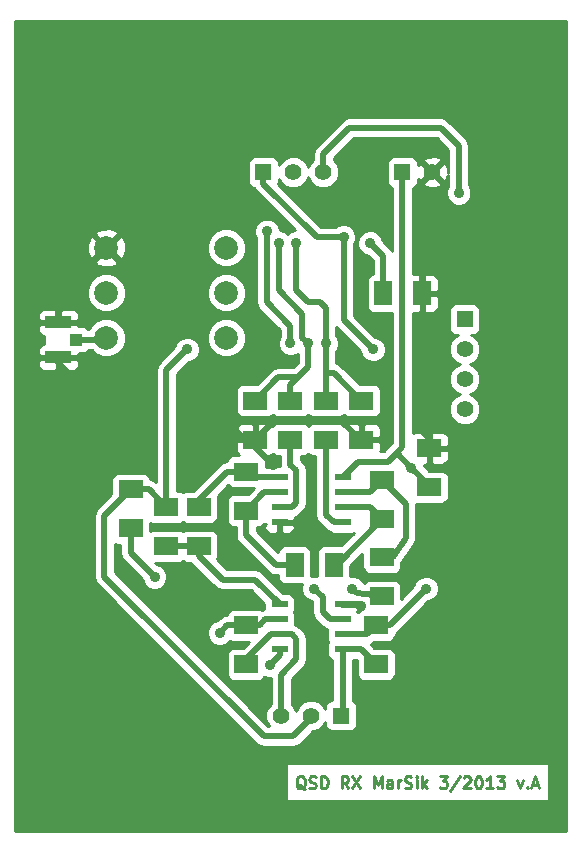
<source format=gtl>
G04 (created by PCBNEW (2013-03-15 BZR 4003)-stable) date ne 24 bře 21:33:24 2013*
%MOIN*%
G04 Gerber Fmt 3.4, Leading zero omitted, Abs format*
%FSLAX34Y34*%
G01*
G70*
G90*
G04 APERTURE LIST*
%ADD10C,0.006*%
%ADD11C,0.00984252*%
%ADD12R,0.0413386X0.0393701*%
%ADD13R,0.0866142X0.0413386*%
%ADD14C,0.0787402*%
%ADD15R,0.0551X0.0236*%
%ADD16R,0.08X0.06*%
%ADD17R,0.06X0.08*%
%ADD18R,0.055X0.055*%
%ADD19C,0.055*%
%ADD20C,0.035*%
%ADD21C,0.02*%
%ADD22C,0.01*%
G04 APERTURE END LIST*
G54D10*
G54D11*
X30413Y-32578D02*
X30375Y-32559D01*
X30338Y-32522D01*
X30282Y-32466D01*
X30244Y-32447D01*
X30207Y-32447D01*
X30225Y-32541D02*
X30188Y-32522D01*
X30150Y-32485D01*
X30132Y-32410D01*
X30132Y-32278D01*
X30150Y-32203D01*
X30188Y-32166D01*
X30225Y-32147D01*
X30300Y-32147D01*
X30338Y-32166D01*
X30375Y-32203D01*
X30394Y-32278D01*
X30394Y-32410D01*
X30375Y-32485D01*
X30338Y-32522D01*
X30300Y-32541D01*
X30225Y-32541D01*
X30544Y-32522D02*
X30600Y-32541D01*
X30694Y-32541D01*
X30732Y-32522D01*
X30750Y-32503D01*
X30769Y-32466D01*
X30769Y-32428D01*
X30750Y-32391D01*
X30732Y-32372D01*
X30694Y-32353D01*
X30619Y-32335D01*
X30582Y-32316D01*
X30563Y-32297D01*
X30544Y-32260D01*
X30544Y-32222D01*
X30563Y-32185D01*
X30582Y-32166D01*
X30619Y-32147D01*
X30713Y-32147D01*
X30769Y-32166D01*
X30938Y-32541D02*
X30938Y-32147D01*
X31032Y-32147D01*
X31088Y-32166D01*
X31125Y-32203D01*
X31144Y-32241D01*
X31163Y-32316D01*
X31163Y-32372D01*
X31144Y-32447D01*
X31125Y-32485D01*
X31088Y-32522D01*
X31032Y-32541D01*
X30938Y-32541D01*
X31856Y-32541D02*
X31725Y-32353D01*
X31631Y-32541D02*
X31631Y-32147D01*
X31781Y-32147D01*
X31819Y-32166D01*
X31838Y-32185D01*
X31856Y-32222D01*
X31856Y-32278D01*
X31838Y-32316D01*
X31819Y-32335D01*
X31781Y-32353D01*
X31631Y-32353D01*
X31988Y-32147D02*
X32250Y-32541D01*
X32250Y-32147D02*
X31988Y-32541D01*
X32700Y-32541D02*
X32700Y-32147D01*
X32831Y-32428D01*
X32963Y-32147D01*
X32963Y-32541D01*
X33319Y-32541D02*
X33319Y-32335D01*
X33300Y-32297D01*
X33263Y-32278D01*
X33188Y-32278D01*
X33150Y-32297D01*
X33319Y-32522D02*
X33281Y-32541D01*
X33188Y-32541D01*
X33150Y-32522D01*
X33131Y-32485D01*
X33131Y-32447D01*
X33150Y-32410D01*
X33188Y-32391D01*
X33281Y-32391D01*
X33319Y-32372D01*
X33506Y-32541D02*
X33506Y-32278D01*
X33506Y-32353D02*
X33525Y-32316D01*
X33544Y-32297D01*
X33581Y-32278D01*
X33619Y-32278D01*
X33731Y-32522D02*
X33787Y-32541D01*
X33881Y-32541D01*
X33919Y-32522D01*
X33937Y-32503D01*
X33956Y-32466D01*
X33956Y-32428D01*
X33937Y-32391D01*
X33919Y-32372D01*
X33881Y-32353D01*
X33806Y-32335D01*
X33769Y-32316D01*
X33750Y-32297D01*
X33731Y-32260D01*
X33731Y-32222D01*
X33750Y-32185D01*
X33769Y-32166D01*
X33806Y-32147D01*
X33900Y-32147D01*
X33956Y-32166D01*
X34125Y-32541D02*
X34125Y-32278D01*
X34125Y-32147D02*
X34106Y-32166D01*
X34125Y-32185D01*
X34144Y-32166D01*
X34125Y-32147D01*
X34125Y-32185D01*
X34312Y-32541D02*
X34312Y-32147D01*
X34350Y-32391D02*
X34462Y-32541D01*
X34462Y-32278D02*
X34312Y-32428D01*
X34894Y-32147D02*
X35137Y-32147D01*
X35006Y-32297D01*
X35062Y-32297D01*
X35100Y-32316D01*
X35119Y-32335D01*
X35137Y-32372D01*
X35137Y-32466D01*
X35119Y-32503D01*
X35100Y-32522D01*
X35062Y-32541D01*
X34950Y-32541D01*
X34912Y-32522D01*
X34894Y-32503D01*
X35587Y-32128D02*
X35250Y-32634D01*
X35700Y-32185D02*
X35718Y-32166D01*
X35756Y-32147D01*
X35850Y-32147D01*
X35887Y-32166D01*
X35906Y-32185D01*
X35925Y-32222D01*
X35925Y-32260D01*
X35906Y-32316D01*
X35681Y-32541D01*
X35925Y-32541D01*
X36168Y-32147D02*
X36206Y-32147D01*
X36243Y-32166D01*
X36262Y-32185D01*
X36281Y-32222D01*
X36300Y-32297D01*
X36300Y-32391D01*
X36281Y-32466D01*
X36262Y-32503D01*
X36243Y-32522D01*
X36206Y-32541D01*
X36168Y-32541D01*
X36131Y-32522D01*
X36112Y-32503D01*
X36093Y-32466D01*
X36075Y-32391D01*
X36075Y-32297D01*
X36093Y-32222D01*
X36112Y-32185D01*
X36131Y-32166D01*
X36168Y-32147D01*
X36675Y-32541D02*
X36450Y-32541D01*
X36562Y-32541D02*
X36562Y-32147D01*
X36525Y-32203D01*
X36487Y-32241D01*
X36450Y-32260D01*
X36806Y-32147D02*
X37050Y-32147D01*
X36918Y-32297D01*
X36975Y-32297D01*
X37012Y-32316D01*
X37031Y-32335D01*
X37050Y-32372D01*
X37050Y-32466D01*
X37031Y-32503D01*
X37012Y-32522D01*
X36975Y-32541D01*
X36862Y-32541D01*
X36825Y-32522D01*
X36806Y-32503D01*
X37481Y-32278D02*
X37574Y-32541D01*
X37668Y-32278D01*
X37818Y-32503D02*
X37837Y-32522D01*
X37818Y-32541D01*
X37799Y-32522D01*
X37818Y-32503D01*
X37818Y-32541D01*
X37987Y-32428D02*
X38174Y-32428D01*
X37949Y-32541D02*
X38081Y-32147D01*
X38212Y-32541D01*
G54D12*
X22779Y-17594D03*
G54D13*
X22188Y-18175D03*
X22188Y-17013D03*
G54D14*
X27787Y-17527D03*
X27787Y-16027D03*
X27787Y-14527D03*
X23787Y-14527D03*
X23787Y-16027D03*
X23787Y-17527D03*
G54D15*
X29560Y-27915D03*
X31660Y-27915D03*
X29560Y-27415D03*
X29560Y-26915D03*
X29560Y-26415D03*
X31660Y-27415D03*
X31660Y-26915D03*
X31660Y-26415D03*
X31660Y-22183D03*
X29560Y-22183D03*
X31660Y-22683D03*
X31660Y-23183D03*
X31660Y-23683D03*
X29560Y-22683D03*
X29560Y-23183D03*
X29560Y-23683D03*
G54D16*
X28740Y-19625D03*
X28740Y-20925D03*
G54D17*
X33011Y-16043D03*
X34311Y-16043D03*
G54D16*
X28444Y-27105D03*
X28444Y-28405D03*
X32972Y-24842D03*
X32972Y-26142D03*
X25787Y-24468D03*
X25787Y-23168D03*
X26870Y-23168D03*
X26870Y-24468D03*
G54D17*
X30058Y-25098D03*
X31358Y-25098D03*
G54D16*
X32972Y-23583D03*
X32972Y-22283D03*
X28444Y-21987D03*
X28444Y-23287D03*
X31102Y-19625D03*
X31102Y-20925D03*
X32283Y-19625D03*
X32283Y-20925D03*
X29921Y-19625D03*
X29921Y-20925D03*
X32775Y-27105D03*
X32775Y-28405D03*
X24606Y-23878D03*
X24606Y-22578D03*
X34547Y-22500D03*
X34547Y-21200D03*
G54D18*
X35728Y-16905D03*
G54D19*
X35728Y-17905D03*
X35728Y-18905D03*
X35728Y-19905D03*
G54D18*
X31610Y-30118D03*
G54D19*
X30610Y-30118D03*
X29610Y-30118D03*
G54D18*
X29019Y-12007D03*
G54D19*
X30019Y-12007D03*
X31019Y-12007D03*
G54D18*
X33653Y-12007D03*
G54D19*
X34653Y-12007D03*
G54D20*
X32578Y-14370D03*
X29133Y-13976D03*
X29921Y-17716D03*
X31102Y-17716D03*
X30118Y-14370D03*
X30511Y-17716D03*
X29527Y-14370D03*
X32677Y-17913D03*
X31692Y-14173D03*
X26476Y-17913D03*
X30216Y-29429D03*
X30610Y-29035D03*
X25984Y-26870D03*
X32972Y-7480D03*
X29035Y-7480D03*
X25590Y-7381D03*
X21850Y-7381D03*
X21161Y-9350D03*
X21161Y-12598D03*
X21161Y-16141D03*
X21259Y-20374D03*
X21358Y-23622D03*
X21259Y-27755D03*
X38779Y-31889D03*
X38779Y-33661D03*
X35137Y-33661D03*
X30905Y-33562D03*
X26476Y-33562D03*
X22342Y-33661D03*
X21259Y-32972D03*
X38681Y-26968D03*
X38681Y-23326D03*
X38681Y-19685D03*
X38582Y-15551D03*
X38779Y-11614D03*
X38681Y-8464D03*
X37992Y-7480D03*
X34744Y-7480D03*
X23917Y-18799D03*
X34153Y-20472D03*
X32283Y-26476D03*
X29429Y-24311D03*
X29330Y-21751D03*
X25393Y-25492D03*
X30708Y-25885D03*
X34448Y-25885D03*
X35531Y-12696D03*
X27559Y-27362D03*
X31988Y-25885D03*
X29232Y-28444D03*
X33956Y-21850D03*
G54D21*
X33011Y-16043D02*
X33011Y-14802D01*
X33011Y-14802D02*
X32578Y-14370D01*
X29133Y-13976D02*
X29133Y-16338D01*
X29133Y-16338D02*
X29921Y-17125D01*
X29921Y-17125D02*
X29921Y-17716D01*
X31102Y-18700D02*
X31358Y-18700D01*
X31358Y-18700D02*
X32283Y-19625D01*
X31102Y-17716D02*
X31102Y-18700D01*
X31102Y-18700D02*
X31102Y-19625D01*
X31102Y-16535D02*
X31102Y-17716D01*
X30905Y-16338D02*
X31102Y-16535D01*
X30511Y-16338D02*
X30905Y-16338D01*
X30118Y-15944D02*
X30511Y-16338D01*
X30118Y-14370D02*
X30118Y-15944D01*
X30167Y-18848D02*
X29517Y-18848D01*
X29517Y-18848D02*
X28740Y-19625D01*
X30511Y-17716D02*
X30511Y-18503D01*
X29921Y-19094D02*
X29921Y-19625D01*
X30511Y-18503D02*
X30167Y-18848D01*
X30167Y-18848D02*
X29921Y-19094D01*
X30314Y-17519D02*
X30511Y-17716D01*
X30314Y-16732D02*
X30314Y-17519D01*
X29527Y-15944D02*
X30314Y-16732D01*
X29527Y-14370D02*
X29527Y-15944D01*
X31660Y-27915D02*
X32285Y-27915D01*
X32285Y-27915D02*
X32775Y-28405D01*
X31660Y-27915D02*
X31660Y-30068D01*
X31660Y-30068D02*
X31610Y-30118D01*
X28444Y-28405D02*
X28444Y-28248D01*
X29277Y-27415D02*
X29560Y-27415D01*
X28444Y-28248D02*
X29277Y-27415D01*
X29560Y-27415D02*
X29974Y-27415D01*
X29610Y-28755D02*
X29610Y-30118D01*
X30118Y-28248D02*
X29610Y-28755D01*
X30118Y-27559D02*
X30118Y-28248D01*
X29974Y-27415D02*
X30118Y-27559D01*
X31692Y-14173D02*
X31692Y-16929D01*
X31692Y-16929D02*
X32677Y-17913D01*
X29019Y-12007D02*
X29019Y-12385D01*
X30807Y-14173D02*
X31692Y-14173D01*
X29019Y-12385D02*
X30807Y-14173D01*
X30610Y-30118D02*
X30610Y-30216D01*
X23720Y-23464D02*
X24606Y-22578D01*
X23720Y-25492D02*
X23720Y-23464D01*
X29035Y-30807D02*
X23720Y-25492D01*
X30019Y-30807D02*
X29035Y-30807D01*
X30610Y-30216D02*
X30019Y-30807D01*
X25787Y-23168D02*
X25787Y-18602D01*
X25787Y-18602D02*
X26476Y-17913D01*
X24606Y-22578D02*
X25196Y-22578D01*
X25196Y-22578D02*
X25787Y-23168D01*
X30610Y-29035D02*
X30216Y-29429D01*
X30511Y-9940D02*
X30511Y-11023D01*
X32972Y-7480D02*
X30511Y-9940D01*
X25688Y-7480D02*
X29035Y-7480D01*
X25590Y-7381D02*
X25688Y-7480D01*
X21850Y-8661D02*
X21850Y-7381D01*
X21161Y-9350D02*
X21850Y-8661D01*
X21161Y-16141D02*
X21161Y-12598D01*
X21259Y-23523D02*
X21259Y-20374D01*
X21358Y-23622D02*
X21259Y-23523D01*
X38779Y-31889D02*
X38779Y-33661D01*
X35137Y-33661D02*
X35039Y-33562D01*
X35039Y-33562D02*
X30905Y-33562D01*
X26476Y-33562D02*
X26377Y-33661D01*
X26377Y-33661D02*
X22342Y-33661D01*
X21259Y-32972D02*
X21259Y-27755D01*
X38681Y-23326D02*
X38681Y-26968D01*
X38681Y-15649D02*
X38681Y-19685D01*
X38582Y-15551D02*
X38681Y-15649D01*
X38779Y-8562D02*
X38779Y-11614D01*
X38681Y-8464D02*
X38779Y-8562D01*
X34744Y-7480D02*
X37992Y-7480D01*
X28740Y-20925D02*
X28405Y-20925D01*
X26968Y-17708D02*
X23787Y-14527D01*
X26968Y-19488D02*
X26968Y-17708D01*
X28405Y-20925D02*
X26968Y-19488D01*
X22188Y-18175D02*
X22188Y-18350D01*
X23818Y-18897D02*
X23917Y-18799D01*
X22736Y-18897D02*
X23818Y-18897D01*
X22188Y-18350D02*
X22736Y-18897D01*
X22188Y-17013D02*
X22188Y-16125D01*
X22188Y-16125D02*
X23787Y-14527D01*
X34311Y-16043D02*
X34311Y-12350D01*
X34311Y-12350D02*
X34653Y-12007D01*
X34547Y-21200D02*
X34547Y-20866D01*
X34547Y-20866D02*
X34153Y-20472D01*
X31660Y-26415D02*
X32222Y-26415D01*
X32222Y-26415D02*
X32283Y-26476D01*
X29560Y-23683D02*
X29560Y-24179D01*
X29560Y-24179D02*
X29429Y-24311D01*
X32283Y-20925D02*
X32244Y-20925D01*
X29390Y-20275D02*
X28740Y-20925D01*
X31594Y-20275D02*
X29390Y-20275D01*
X32244Y-20925D02*
X31594Y-20275D01*
X28740Y-21161D02*
X28740Y-20925D01*
X29330Y-21751D02*
X28740Y-21161D01*
X32972Y-24842D02*
X33327Y-24842D01*
X33759Y-23070D02*
X32972Y-22283D01*
X33759Y-24212D02*
X33759Y-23070D01*
X33327Y-24842D02*
X33759Y-24212D01*
X31660Y-22683D02*
X32572Y-22683D01*
X32572Y-22683D02*
X32972Y-22283D01*
X24606Y-23878D02*
X24606Y-24704D01*
X24606Y-24704D02*
X25393Y-25492D01*
X31246Y-26915D02*
X31660Y-26915D01*
X31003Y-26673D02*
X31246Y-26915D01*
X31003Y-26181D02*
X31003Y-26673D01*
X30708Y-25885D02*
X31003Y-26181D01*
X33228Y-27105D02*
X32775Y-27105D01*
X34448Y-25885D02*
X33228Y-27105D01*
X31660Y-27415D02*
X32466Y-27415D01*
X32466Y-27415D02*
X32775Y-27105D01*
X22779Y-17594D02*
X23720Y-17594D01*
X23720Y-17594D02*
X23787Y-17527D01*
X31102Y-20925D02*
X31102Y-23425D01*
X31360Y-23683D02*
X31660Y-23683D01*
X31102Y-23425D02*
X31360Y-23683D01*
X29921Y-20925D02*
X29921Y-21751D01*
X29966Y-23183D02*
X29560Y-23183D01*
X30118Y-23031D02*
X29966Y-23183D01*
X30118Y-21948D02*
X30118Y-23031D01*
X29921Y-21751D02*
X30118Y-21948D01*
X28444Y-23287D02*
X28444Y-24114D01*
X29429Y-25098D02*
X30058Y-25098D01*
X28444Y-24114D02*
X29429Y-25098D01*
X29560Y-22683D02*
X29049Y-22683D01*
X29049Y-22683D02*
X28444Y-23287D01*
X34842Y-10531D02*
X34940Y-10531D01*
X34940Y-10531D02*
X35531Y-11122D01*
X34842Y-10531D02*
X31889Y-10531D01*
X35531Y-12696D02*
X35531Y-11122D01*
X31019Y-11401D02*
X31019Y-12007D01*
X31889Y-10531D02*
X31019Y-11401D01*
X32972Y-26142D02*
X32146Y-26043D01*
X27815Y-27105D02*
X28444Y-27105D01*
X27559Y-27362D02*
X27815Y-27105D01*
X32146Y-26043D02*
X31988Y-25885D01*
X28444Y-27105D02*
X28898Y-27105D01*
X29088Y-26915D02*
X29560Y-26915D01*
X28898Y-27105D02*
X29088Y-26915D01*
X25787Y-24468D02*
X26870Y-24468D01*
X26870Y-24468D02*
X26870Y-24803D01*
X28735Y-25590D02*
X29560Y-26415D01*
X27657Y-25590D02*
X28735Y-25590D01*
X26870Y-24803D02*
X27657Y-25590D01*
X31358Y-25098D02*
X31457Y-25098D01*
X31457Y-25098D02*
X32972Y-23583D01*
X31660Y-23183D02*
X32572Y-23183D01*
X32572Y-23183D02*
X32972Y-23583D01*
X26870Y-23168D02*
X26870Y-22933D01*
X27815Y-21987D02*
X28444Y-21987D01*
X26870Y-22933D02*
X27815Y-21987D01*
X29560Y-22183D02*
X28640Y-22183D01*
X28640Y-22183D02*
X28444Y-21987D01*
X34547Y-22500D02*
X34547Y-22440D01*
X34547Y-22440D02*
X33956Y-21850D01*
X29560Y-28116D02*
X29560Y-27915D01*
X29232Y-28444D02*
X29560Y-28116D01*
X33956Y-21850D02*
X33464Y-21358D01*
X33653Y-12007D02*
X33653Y-21169D01*
X32189Y-21653D02*
X31660Y-22183D01*
X33169Y-21653D02*
X32189Y-21653D01*
X33653Y-21169D02*
X33464Y-21358D01*
X33464Y-21358D02*
X33169Y-21653D01*
G54D10*
G36*
X29260Y-29725D02*
X29165Y-29820D01*
X29085Y-30013D01*
X29085Y-30222D01*
X29164Y-30415D01*
X29206Y-30457D01*
X29180Y-30457D01*
X24070Y-25347D01*
X24070Y-24392D01*
X24156Y-24428D01*
X24255Y-24428D01*
X24256Y-24428D01*
X24256Y-24704D01*
X24282Y-24838D01*
X24358Y-24952D01*
X24968Y-25562D01*
X24968Y-25576D01*
X25033Y-25732D01*
X25152Y-25852D01*
X25308Y-25917D01*
X25477Y-25917D01*
X25634Y-25852D01*
X25753Y-25733D01*
X25818Y-25577D01*
X25818Y-25407D01*
X25754Y-25251D01*
X25634Y-25132D01*
X25478Y-25067D01*
X25463Y-25067D01*
X25415Y-25018D01*
X25436Y-25018D01*
X26236Y-25018D01*
X26328Y-24980D01*
X26328Y-24980D01*
X26420Y-25018D01*
X26519Y-25018D01*
X26601Y-25018D01*
X26622Y-25050D01*
X27409Y-25838D01*
X27523Y-25913D01*
X27523Y-25913D01*
X27657Y-25940D01*
X28590Y-25940D01*
X29034Y-26384D01*
X29034Y-26576D01*
X28972Y-26588D01*
X28894Y-26555D01*
X28795Y-26555D01*
X27995Y-26555D01*
X27903Y-26593D01*
X27833Y-26664D01*
X27794Y-26755D01*
X27794Y-26759D01*
X27681Y-26782D01*
X27567Y-26858D01*
X27489Y-26937D01*
X27474Y-26937D01*
X27318Y-27001D01*
X27198Y-27121D01*
X27134Y-27277D01*
X27133Y-27446D01*
X27198Y-27602D01*
X27317Y-27722D01*
X27474Y-27787D01*
X27643Y-27787D01*
X27799Y-27722D01*
X27904Y-27618D01*
X27994Y-27655D01*
X28094Y-27655D01*
X28541Y-27655D01*
X28342Y-27855D01*
X27995Y-27855D01*
X27903Y-27893D01*
X27833Y-27964D01*
X27794Y-28055D01*
X27794Y-28155D01*
X27794Y-28755D01*
X27832Y-28847D01*
X27903Y-28917D01*
X27994Y-28955D01*
X28094Y-28955D01*
X28894Y-28955D01*
X28986Y-28917D01*
X29056Y-28847D01*
X29062Y-28834D01*
X29147Y-28869D01*
X29260Y-28869D01*
X29260Y-29725D01*
X29260Y-29725D01*
G37*
G54D22*
X29260Y-29725D02*
X29165Y-29820D01*
X29085Y-30013D01*
X29085Y-30222D01*
X29164Y-30415D01*
X29206Y-30457D01*
X29180Y-30457D01*
X24070Y-25347D01*
X24070Y-24392D01*
X24156Y-24428D01*
X24255Y-24428D01*
X24256Y-24428D01*
X24256Y-24704D01*
X24282Y-24838D01*
X24358Y-24952D01*
X24968Y-25562D01*
X24968Y-25576D01*
X25033Y-25732D01*
X25152Y-25852D01*
X25308Y-25917D01*
X25477Y-25917D01*
X25634Y-25852D01*
X25753Y-25733D01*
X25818Y-25577D01*
X25818Y-25407D01*
X25754Y-25251D01*
X25634Y-25132D01*
X25478Y-25067D01*
X25463Y-25067D01*
X25415Y-25018D01*
X25436Y-25018D01*
X26236Y-25018D01*
X26328Y-24980D01*
X26328Y-24980D01*
X26420Y-25018D01*
X26519Y-25018D01*
X26601Y-25018D01*
X26622Y-25050D01*
X27409Y-25838D01*
X27523Y-25913D01*
X27523Y-25913D01*
X27657Y-25940D01*
X28590Y-25940D01*
X29034Y-26384D01*
X29034Y-26576D01*
X28972Y-26588D01*
X28894Y-26555D01*
X28795Y-26555D01*
X27995Y-26555D01*
X27903Y-26593D01*
X27833Y-26664D01*
X27794Y-26755D01*
X27794Y-26759D01*
X27681Y-26782D01*
X27567Y-26858D01*
X27489Y-26937D01*
X27474Y-26937D01*
X27318Y-27001D01*
X27198Y-27121D01*
X27134Y-27277D01*
X27133Y-27446D01*
X27198Y-27602D01*
X27317Y-27722D01*
X27474Y-27787D01*
X27643Y-27787D01*
X27799Y-27722D01*
X27904Y-27618D01*
X27994Y-27655D01*
X28094Y-27655D01*
X28541Y-27655D01*
X28342Y-27855D01*
X27995Y-27855D01*
X27903Y-27893D01*
X27833Y-27964D01*
X27794Y-28055D01*
X27794Y-28155D01*
X27794Y-28755D01*
X27832Y-28847D01*
X27903Y-28917D01*
X27994Y-28955D01*
X28094Y-28955D01*
X28894Y-28955D01*
X28986Y-28917D01*
X29056Y-28847D01*
X29062Y-28834D01*
X29147Y-28869D01*
X29260Y-28869D01*
X29260Y-29725D01*
G54D10*
G36*
X29583Y-21815D02*
X29235Y-21815D01*
X29191Y-21833D01*
X29094Y-21833D01*
X29094Y-21638D01*
X29056Y-21546D01*
X28986Y-21475D01*
X28985Y-21475D01*
X29090Y-21475D01*
X29190Y-21475D01*
X29281Y-21437D01*
X29330Y-21388D01*
X29379Y-21437D01*
X29471Y-21475D01*
X29570Y-21475D01*
X29571Y-21475D01*
X29571Y-21751D01*
X29583Y-21815D01*
X29583Y-21815D01*
G37*
G54D22*
X29583Y-21815D02*
X29235Y-21815D01*
X29191Y-21833D01*
X29094Y-21833D01*
X29094Y-21638D01*
X29056Y-21546D01*
X28986Y-21475D01*
X28985Y-21475D01*
X29090Y-21475D01*
X29190Y-21475D01*
X29281Y-21437D01*
X29330Y-21388D01*
X29379Y-21437D01*
X29471Y-21475D01*
X29570Y-21475D01*
X29571Y-21475D01*
X29571Y-21751D01*
X29583Y-21815D01*
G54D10*
G36*
X31310Y-29593D02*
X31285Y-29593D01*
X31193Y-29631D01*
X31123Y-29701D01*
X31085Y-29793D01*
X31085Y-29892D01*
X31085Y-29892D01*
X31055Y-29821D01*
X30908Y-29673D01*
X30715Y-29593D01*
X30506Y-29593D01*
X30313Y-29672D01*
X30165Y-29820D01*
X30110Y-29953D01*
X30055Y-29821D01*
X29960Y-29725D01*
X29960Y-28900D01*
X30365Y-28495D01*
X30441Y-28381D01*
X30468Y-28248D01*
X30468Y-27559D01*
X30468Y-27559D01*
X30441Y-27425D01*
X30365Y-27311D01*
X30365Y-27311D01*
X30221Y-27167D01*
X30108Y-27091D01*
X30084Y-27087D01*
X30085Y-27083D01*
X30085Y-26983D01*
X30085Y-26747D01*
X30051Y-26665D01*
X30085Y-26583D01*
X30085Y-26483D01*
X30085Y-26247D01*
X30047Y-26155D01*
X29977Y-26085D01*
X29885Y-26047D01*
X29786Y-26047D01*
X29687Y-26047D01*
X28982Y-25343D01*
X28869Y-25267D01*
X28735Y-25240D01*
X27802Y-25240D01*
X27477Y-24915D01*
X27481Y-24910D01*
X27520Y-24818D01*
X27520Y-24719D01*
X27520Y-24119D01*
X27482Y-24027D01*
X27411Y-23957D01*
X27320Y-23918D01*
X27220Y-23918D01*
X26420Y-23918D01*
X26328Y-23956D01*
X26328Y-23956D01*
X26237Y-23918D01*
X26137Y-23918D01*
X25337Y-23918D01*
X25256Y-23952D01*
X25256Y-23685D01*
X25337Y-23718D01*
X25436Y-23718D01*
X26236Y-23718D01*
X26328Y-23680D01*
X26328Y-23680D01*
X26420Y-23718D01*
X26519Y-23718D01*
X27319Y-23718D01*
X27411Y-23680D01*
X27481Y-23610D01*
X27520Y-23518D01*
X27520Y-23419D01*
X27520Y-22819D01*
X27508Y-22790D01*
X27850Y-22447D01*
X27903Y-22499D01*
X27994Y-22537D01*
X28094Y-22537D01*
X28699Y-22537D01*
X28499Y-22737D01*
X27995Y-22737D01*
X27903Y-22775D01*
X27833Y-22845D01*
X27794Y-22937D01*
X27794Y-23037D01*
X27794Y-23637D01*
X27832Y-23729D01*
X27903Y-23799D01*
X27994Y-23837D01*
X28094Y-23837D01*
X28094Y-23837D01*
X28094Y-24114D01*
X28121Y-24248D01*
X28197Y-24361D01*
X29181Y-25345D01*
X29181Y-25345D01*
X29295Y-25421D01*
X29429Y-25448D01*
X29429Y-25448D01*
X29508Y-25448D01*
X29508Y-25547D01*
X29546Y-25639D01*
X29616Y-25710D01*
X29708Y-25748D01*
X29808Y-25748D01*
X30305Y-25748D01*
X30283Y-25800D01*
X30283Y-25969D01*
X30348Y-26126D01*
X30467Y-26245D01*
X30623Y-26310D01*
X30638Y-26310D01*
X30653Y-26326D01*
X30653Y-26673D01*
X30680Y-26807D01*
X30756Y-26920D01*
X30998Y-27162D01*
X31112Y-27238D01*
X31136Y-27243D01*
X31134Y-27247D01*
X31134Y-27346D01*
X31134Y-27582D01*
X31168Y-27665D01*
X31134Y-27747D01*
X31134Y-27846D01*
X31134Y-28082D01*
X31172Y-28174D01*
X31242Y-28245D01*
X31310Y-28273D01*
X31310Y-29593D01*
X31310Y-29593D01*
G37*
G54D22*
X31310Y-29593D02*
X31285Y-29593D01*
X31193Y-29631D01*
X31123Y-29701D01*
X31085Y-29793D01*
X31085Y-29892D01*
X31085Y-29892D01*
X31055Y-29821D01*
X30908Y-29673D01*
X30715Y-29593D01*
X30506Y-29593D01*
X30313Y-29672D01*
X30165Y-29820D01*
X30110Y-29953D01*
X30055Y-29821D01*
X29960Y-29725D01*
X29960Y-28900D01*
X30365Y-28495D01*
X30441Y-28381D01*
X30468Y-28248D01*
X30468Y-27559D01*
X30468Y-27559D01*
X30441Y-27425D01*
X30365Y-27311D01*
X30365Y-27311D01*
X30221Y-27167D01*
X30108Y-27091D01*
X30084Y-27087D01*
X30085Y-27083D01*
X30085Y-26983D01*
X30085Y-26747D01*
X30051Y-26665D01*
X30085Y-26583D01*
X30085Y-26483D01*
X30085Y-26247D01*
X30047Y-26155D01*
X29977Y-26085D01*
X29885Y-26047D01*
X29786Y-26047D01*
X29687Y-26047D01*
X28982Y-25343D01*
X28869Y-25267D01*
X28735Y-25240D01*
X27802Y-25240D01*
X27477Y-24915D01*
X27481Y-24910D01*
X27520Y-24818D01*
X27520Y-24719D01*
X27520Y-24119D01*
X27482Y-24027D01*
X27411Y-23957D01*
X27320Y-23918D01*
X27220Y-23918D01*
X26420Y-23918D01*
X26328Y-23956D01*
X26328Y-23956D01*
X26237Y-23918D01*
X26137Y-23918D01*
X25337Y-23918D01*
X25256Y-23952D01*
X25256Y-23685D01*
X25337Y-23718D01*
X25436Y-23718D01*
X26236Y-23718D01*
X26328Y-23680D01*
X26328Y-23680D01*
X26420Y-23718D01*
X26519Y-23718D01*
X27319Y-23718D01*
X27411Y-23680D01*
X27481Y-23610D01*
X27520Y-23518D01*
X27520Y-23419D01*
X27520Y-22819D01*
X27508Y-22790D01*
X27850Y-22447D01*
X27903Y-22499D01*
X27994Y-22537D01*
X28094Y-22537D01*
X28699Y-22537D01*
X28499Y-22737D01*
X27995Y-22737D01*
X27903Y-22775D01*
X27833Y-22845D01*
X27794Y-22937D01*
X27794Y-23037D01*
X27794Y-23637D01*
X27832Y-23729D01*
X27903Y-23799D01*
X27994Y-23837D01*
X28094Y-23837D01*
X28094Y-23837D01*
X28094Y-24114D01*
X28121Y-24248D01*
X28197Y-24361D01*
X29181Y-25345D01*
X29181Y-25345D01*
X29295Y-25421D01*
X29429Y-25448D01*
X29429Y-25448D01*
X29508Y-25448D01*
X29508Y-25547D01*
X29546Y-25639D01*
X29616Y-25710D01*
X29708Y-25748D01*
X29808Y-25748D01*
X30305Y-25748D01*
X30283Y-25800D01*
X30283Y-25969D01*
X30348Y-26126D01*
X30467Y-26245D01*
X30623Y-26310D01*
X30638Y-26310D01*
X30653Y-26326D01*
X30653Y-26673D01*
X30680Y-26807D01*
X30756Y-26920D01*
X30998Y-27162D01*
X31112Y-27238D01*
X31136Y-27243D01*
X31134Y-27247D01*
X31134Y-27346D01*
X31134Y-27582D01*
X31168Y-27665D01*
X31134Y-27747D01*
X31134Y-27846D01*
X31134Y-28082D01*
X31172Y-28174D01*
X31242Y-28245D01*
X31310Y-28273D01*
X31310Y-29593D01*
G54D10*
G36*
X32026Y-24034D02*
X31612Y-24448D01*
X31609Y-24448D01*
X31009Y-24448D01*
X30917Y-24486D01*
X30846Y-24556D01*
X30808Y-24648D01*
X30808Y-24747D01*
X30808Y-25467D01*
X30793Y-25460D01*
X30624Y-25460D01*
X30608Y-25467D01*
X30608Y-25448D01*
X30608Y-24648D01*
X30570Y-24556D01*
X30500Y-24486D01*
X30408Y-24448D01*
X30309Y-24448D01*
X30085Y-24448D01*
X30085Y-23850D01*
X30085Y-23795D01*
X30023Y-23733D01*
X29610Y-23733D01*
X29610Y-23988D01*
X29672Y-24051D01*
X29786Y-24051D01*
X29885Y-24051D01*
X29977Y-24012D01*
X30047Y-23942D01*
X30085Y-23850D01*
X30085Y-24448D01*
X29709Y-24448D01*
X29617Y-24486D01*
X29546Y-24556D01*
X29510Y-24644D01*
X29508Y-24648D01*
X29508Y-24682D01*
X28794Y-23969D01*
X28794Y-23837D01*
X28894Y-23837D01*
X28986Y-23799D01*
X29053Y-23733D01*
X29097Y-23733D01*
X29034Y-23795D01*
X29034Y-23850D01*
X29072Y-23942D01*
X29142Y-24012D01*
X29234Y-24051D01*
X29334Y-24051D01*
X29447Y-24051D01*
X29510Y-23988D01*
X29510Y-23733D01*
X29502Y-23733D01*
X29502Y-23633D01*
X29510Y-23633D01*
X29510Y-23625D01*
X29610Y-23625D01*
X29610Y-23633D01*
X30023Y-23633D01*
X30085Y-23570D01*
X30085Y-23515D01*
X30083Y-23509D01*
X30100Y-23506D01*
X30100Y-23506D01*
X30214Y-23430D01*
X30365Y-23278D01*
X30441Y-23165D01*
X30441Y-23165D01*
X30468Y-23031D01*
X30468Y-21948D01*
X30468Y-21948D01*
X30468Y-21948D01*
X30441Y-21814D01*
X30365Y-21701D01*
X30365Y-21701D01*
X30271Y-21606D01*
X30271Y-21475D01*
X30370Y-21475D01*
X30462Y-21437D01*
X30511Y-21388D01*
X30560Y-21437D01*
X30652Y-21475D01*
X30751Y-21475D01*
X30752Y-21475D01*
X30752Y-23425D01*
X30779Y-23559D01*
X30854Y-23672D01*
X31112Y-23930D01*
X31112Y-23930D01*
X31226Y-24006D01*
X31239Y-24008D01*
X31242Y-24012D01*
X31334Y-24051D01*
X31434Y-24051D01*
X31985Y-24051D01*
X32026Y-24034D01*
X32026Y-24034D01*
G37*
G54D22*
X32026Y-24034D02*
X31612Y-24448D01*
X31609Y-24448D01*
X31009Y-24448D01*
X30917Y-24486D01*
X30846Y-24556D01*
X30808Y-24648D01*
X30808Y-24747D01*
X30808Y-25467D01*
X30793Y-25460D01*
X30624Y-25460D01*
X30608Y-25467D01*
X30608Y-25448D01*
X30608Y-24648D01*
X30570Y-24556D01*
X30500Y-24486D01*
X30408Y-24448D01*
X30309Y-24448D01*
X30085Y-24448D01*
X30085Y-23850D01*
X30085Y-23795D01*
X30023Y-23733D01*
X29610Y-23733D01*
X29610Y-23988D01*
X29672Y-24051D01*
X29786Y-24051D01*
X29885Y-24051D01*
X29977Y-24012D01*
X30047Y-23942D01*
X30085Y-23850D01*
X30085Y-24448D01*
X29709Y-24448D01*
X29617Y-24486D01*
X29546Y-24556D01*
X29510Y-24644D01*
X29508Y-24648D01*
X29508Y-24682D01*
X28794Y-23969D01*
X28794Y-23837D01*
X28894Y-23837D01*
X28986Y-23799D01*
X29053Y-23733D01*
X29097Y-23733D01*
X29034Y-23795D01*
X29034Y-23850D01*
X29072Y-23942D01*
X29142Y-24012D01*
X29234Y-24051D01*
X29334Y-24051D01*
X29447Y-24051D01*
X29510Y-23988D01*
X29510Y-23733D01*
X29502Y-23733D01*
X29502Y-23633D01*
X29510Y-23633D01*
X29510Y-23625D01*
X29610Y-23625D01*
X29610Y-23633D01*
X30023Y-23633D01*
X30085Y-23570D01*
X30085Y-23515D01*
X30083Y-23509D01*
X30100Y-23506D01*
X30100Y-23506D01*
X30214Y-23430D01*
X30365Y-23278D01*
X30441Y-23165D01*
X30441Y-23165D01*
X30468Y-23031D01*
X30468Y-21948D01*
X30468Y-21948D01*
X30468Y-21948D01*
X30441Y-21814D01*
X30365Y-21701D01*
X30365Y-21701D01*
X30271Y-21606D01*
X30271Y-21475D01*
X30370Y-21475D01*
X30462Y-21437D01*
X30511Y-21388D01*
X30560Y-21437D01*
X30652Y-21475D01*
X30751Y-21475D01*
X30752Y-21475D01*
X30752Y-23425D01*
X30779Y-23559D01*
X30854Y-23672D01*
X31112Y-23930D01*
X31112Y-23930D01*
X31226Y-24006D01*
X31239Y-24008D01*
X31242Y-24012D01*
X31334Y-24051D01*
X31434Y-24051D01*
X31985Y-24051D01*
X32026Y-24034D01*
G54D10*
G36*
X32348Y-26555D02*
X32326Y-26555D01*
X32234Y-26593D01*
X32163Y-26664D01*
X32157Y-26679D01*
X32151Y-26665D01*
X32185Y-26582D01*
X32185Y-26527D01*
X32123Y-26465D01*
X31710Y-26465D01*
X31710Y-26473D01*
X31610Y-26473D01*
X31610Y-26465D01*
X31602Y-26465D01*
X31602Y-26365D01*
X31610Y-26365D01*
X31610Y-26357D01*
X31710Y-26357D01*
X31710Y-26365D01*
X32009Y-26365D01*
X32012Y-26367D01*
X32059Y-26376D01*
X32104Y-26391D01*
X32322Y-26417D01*
X32322Y-26491D01*
X32348Y-26555D01*
X32348Y-26555D01*
G37*
G54D22*
X32348Y-26555D02*
X32326Y-26555D01*
X32234Y-26593D01*
X32163Y-26664D01*
X32157Y-26679D01*
X32151Y-26665D01*
X32185Y-26582D01*
X32185Y-26527D01*
X32123Y-26465D01*
X31710Y-26465D01*
X31710Y-26473D01*
X31610Y-26473D01*
X31610Y-26465D01*
X31602Y-26465D01*
X31602Y-26365D01*
X31610Y-26365D01*
X31610Y-26357D01*
X31710Y-26357D01*
X31710Y-26365D01*
X32009Y-26365D01*
X32012Y-26367D01*
X32059Y-26376D01*
X32104Y-26391D01*
X32322Y-26417D01*
X32322Y-26491D01*
X32348Y-26555D01*
G54D10*
G36*
X39090Y-33972D02*
X38549Y-33972D01*
X38549Y-32956D01*
X38549Y-31708D01*
X36253Y-31708D01*
X36253Y-19801D01*
X36173Y-19608D01*
X36026Y-19460D01*
X35893Y-19405D01*
X36025Y-19350D01*
X36173Y-19203D01*
X36253Y-19010D01*
X36253Y-18801D01*
X36173Y-18608D01*
X36026Y-18460D01*
X35893Y-18405D01*
X36025Y-18350D01*
X36173Y-18203D01*
X36253Y-18010D01*
X36253Y-17801D01*
X36173Y-17608D01*
X36026Y-17460D01*
X35953Y-17430D01*
X36052Y-17430D01*
X36144Y-17392D01*
X36215Y-17322D01*
X36253Y-17230D01*
X36253Y-17131D01*
X36253Y-16581D01*
X36215Y-16489D01*
X36145Y-16418D01*
X36053Y-16380D01*
X35956Y-16380D01*
X35956Y-12612D01*
X35892Y-12456D01*
X35881Y-12445D01*
X35881Y-11122D01*
X35854Y-10988D01*
X35778Y-10874D01*
X35188Y-10284D01*
X35074Y-10208D01*
X34940Y-10181D01*
X34842Y-10181D01*
X31889Y-10181D01*
X31755Y-10208D01*
X31642Y-10284D01*
X31642Y-10284D01*
X31642Y-10284D01*
X30772Y-11154D01*
X30696Y-11267D01*
X30669Y-11401D01*
X30669Y-11615D01*
X30574Y-11710D01*
X30519Y-11843D01*
X30465Y-11710D01*
X30317Y-11563D01*
X30124Y-11482D01*
X29915Y-11482D01*
X29722Y-11562D01*
X29574Y-11710D01*
X29544Y-11782D01*
X29544Y-11683D01*
X29506Y-11591D01*
X29436Y-11521D01*
X29344Y-11482D01*
X29245Y-11482D01*
X28695Y-11482D01*
X28603Y-11520D01*
X28532Y-11591D01*
X28494Y-11682D01*
X28494Y-11782D01*
X28494Y-12332D01*
X28532Y-12424D01*
X28602Y-12494D01*
X28694Y-12532D01*
X28705Y-12532D01*
X28772Y-12633D01*
X30083Y-13945D01*
X30033Y-13945D01*
X29877Y-14009D01*
X29822Y-14064D01*
X29768Y-14009D01*
X29612Y-13945D01*
X29558Y-13945D01*
X29558Y-13892D01*
X29494Y-13735D01*
X29374Y-13616D01*
X29218Y-13551D01*
X29049Y-13551D01*
X28893Y-13615D01*
X28773Y-13735D01*
X28708Y-13891D01*
X28708Y-14060D01*
X28773Y-14216D01*
X28783Y-14227D01*
X28783Y-16338D01*
X28810Y-16472D01*
X28886Y-16586D01*
X29571Y-17270D01*
X29571Y-17465D01*
X29561Y-17475D01*
X29496Y-17631D01*
X29496Y-17800D01*
X29560Y-17956D01*
X29680Y-18076D01*
X29836Y-18141D01*
X30005Y-18141D01*
X30161Y-18077D01*
X30161Y-18076D01*
X30161Y-18358D01*
X30022Y-18498D01*
X29517Y-18498D01*
X29383Y-18525D01*
X29269Y-18600D01*
X28795Y-19075D01*
X28431Y-19075D01*
X28431Y-17400D01*
X28431Y-15900D01*
X28431Y-14400D01*
X28333Y-14163D01*
X28152Y-13982D01*
X27916Y-13883D01*
X27659Y-13883D01*
X27423Y-13981D01*
X27242Y-14162D01*
X27143Y-14398D01*
X27143Y-14655D01*
X27241Y-14891D01*
X27422Y-15072D01*
X27658Y-15171D01*
X27914Y-15171D01*
X28151Y-15073D01*
X28332Y-14892D01*
X28430Y-14656D01*
X28431Y-14400D01*
X28431Y-15900D01*
X28333Y-15663D01*
X28152Y-15482D01*
X27916Y-15383D01*
X27659Y-15383D01*
X27423Y-15481D01*
X27242Y-15662D01*
X27143Y-15898D01*
X27143Y-16155D01*
X27241Y-16391D01*
X27422Y-16572D01*
X27658Y-16671D01*
X27914Y-16671D01*
X28151Y-16573D01*
X28332Y-16392D01*
X28430Y-16156D01*
X28431Y-15900D01*
X28431Y-17400D01*
X28333Y-17163D01*
X28152Y-16982D01*
X27916Y-16883D01*
X27659Y-16883D01*
X27423Y-16981D01*
X27242Y-17162D01*
X27143Y-17398D01*
X27143Y-17655D01*
X27241Y-17891D01*
X27422Y-18072D01*
X27658Y-18171D01*
X27914Y-18171D01*
X28151Y-18073D01*
X28332Y-17892D01*
X28430Y-17656D01*
X28431Y-17400D01*
X28431Y-19075D01*
X28290Y-19075D01*
X28198Y-19113D01*
X28128Y-19183D01*
X28090Y-19275D01*
X28090Y-19375D01*
X28090Y-19975D01*
X28128Y-20067D01*
X28198Y-20137D01*
X28290Y-20175D01*
X28389Y-20175D01*
X29189Y-20175D01*
X29281Y-20137D01*
X29330Y-20088D01*
X29379Y-20137D01*
X29471Y-20175D01*
X29570Y-20175D01*
X30370Y-20175D01*
X30462Y-20137D01*
X30511Y-20088D01*
X30560Y-20137D01*
X30652Y-20175D01*
X30751Y-20175D01*
X31551Y-20175D01*
X31643Y-20137D01*
X31692Y-20088D01*
X31741Y-20137D01*
X31833Y-20175D01*
X31932Y-20175D01*
X32732Y-20175D01*
X32824Y-20137D01*
X32895Y-20067D01*
X32933Y-19975D01*
X32933Y-19876D01*
X32933Y-19276D01*
X32895Y-19184D01*
X32825Y-19113D01*
X32733Y-19075D01*
X32633Y-19075D01*
X32228Y-19075D01*
X31606Y-18453D01*
X31492Y-18377D01*
X31452Y-18369D01*
X31452Y-17967D01*
X31462Y-17957D01*
X31527Y-17801D01*
X31527Y-17632D01*
X31462Y-17476D01*
X31452Y-17465D01*
X31452Y-17183D01*
X32252Y-17983D01*
X32252Y-17997D01*
X32316Y-18153D01*
X32436Y-18273D01*
X32592Y-18338D01*
X32761Y-18338D01*
X32917Y-18273D01*
X33037Y-18154D01*
X33102Y-17998D01*
X33102Y-17829D01*
X33037Y-17672D01*
X32918Y-17553D01*
X32762Y-17488D01*
X32747Y-17488D01*
X32042Y-16784D01*
X32042Y-14424D01*
X32053Y-14414D01*
X32117Y-14258D01*
X32117Y-14089D01*
X32053Y-13932D01*
X31933Y-13813D01*
X31777Y-13748D01*
X31608Y-13748D01*
X31452Y-13812D01*
X31441Y-13823D01*
X30952Y-13823D01*
X29520Y-12391D01*
X29544Y-12332D01*
X29544Y-12233D01*
X29544Y-12233D01*
X29574Y-12304D01*
X29721Y-12452D01*
X29914Y-12532D01*
X30123Y-12532D01*
X30316Y-12453D01*
X30464Y-12305D01*
X30519Y-12172D01*
X30574Y-12304D01*
X30721Y-12452D01*
X30914Y-12532D01*
X31123Y-12532D01*
X31316Y-12453D01*
X31464Y-12305D01*
X31544Y-12112D01*
X31544Y-11903D01*
X31465Y-11710D01*
X31369Y-11615D01*
X31369Y-11546D01*
X32034Y-10881D01*
X34795Y-10881D01*
X35181Y-11267D01*
X35181Y-12047D01*
X35172Y-11875D01*
X35114Y-11735D01*
X35021Y-11710D01*
X34950Y-11781D01*
X34950Y-11640D01*
X34926Y-11547D01*
X34729Y-11477D01*
X34520Y-11489D01*
X34380Y-11547D01*
X34356Y-11640D01*
X34653Y-11937D01*
X34950Y-11640D01*
X34950Y-11781D01*
X34724Y-12007D01*
X35021Y-12304D01*
X35114Y-12280D01*
X35181Y-12089D01*
X35181Y-12445D01*
X35171Y-12455D01*
X35106Y-12611D01*
X35106Y-12781D01*
X35170Y-12937D01*
X35290Y-13056D01*
X35446Y-13121D01*
X35615Y-13121D01*
X35771Y-13057D01*
X35891Y-12937D01*
X35956Y-12781D01*
X35956Y-12612D01*
X35956Y-16380D01*
X35953Y-16380D01*
X35403Y-16380D01*
X35311Y-16418D01*
X35241Y-16488D01*
X35203Y-16580D01*
X35203Y-16680D01*
X35203Y-17230D01*
X35241Y-17321D01*
X35311Y-17392D01*
X35403Y-17430D01*
X35502Y-17430D01*
X35503Y-17430D01*
X35431Y-17460D01*
X35283Y-17607D01*
X35203Y-17800D01*
X35203Y-18009D01*
X35283Y-18202D01*
X35430Y-18350D01*
X35563Y-18405D01*
X35431Y-18460D01*
X35283Y-18607D01*
X35203Y-18800D01*
X35203Y-19009D01*
X35283Y-19202D01*
X35430Y-19350D01*
X35563Y-19405D01*
X35431Y-19460D01*
X35283Y-19607D01*
X35203Y-19800D01*
X35203Y-20009D01*
X35283Y-20202D01*
X35430Y-20350D01*
X35623Y-20430D01*
X35832Y-20430D01*
X36025Y-20350D01*
X36173Y-20203D01*
X36253Y-20010D01*
X36253Y-19801D01*
X36253Y-31708D01*
X35197Y-31708D01*
X35197Y-22750D01*
X35197Y-22150D01*
X35197Y-21549D01*
X35197Y-20850D01*
X35159Y-20758D01*
X35089Y-20688D01*
X34997Y-20650D01*
X34950Y-20650D01*
X34950Y-12375D01*
X34653Y-12078D01*
X34356Y-12375D01*
X34380Y-12468D01*
X34577Y-12537D01*
X34786Y-12526D01*
X34926Y-12468D01*
X34950Y-12375D01*
X34950Y-20650D01*
X34897Y-20650D01*
X34861Y-20650D01*
X34861Y-16393D01*
X34861Y-15692D01*
X34861Y-15593D01*
X34823Y-15501D01*
X34752Y-15431D01*
X34660Y-15393D01*
X34423Y-15393D01*
X34361Y-15455D01*
X34361Y-15993D01*
X34798Y-15993D01*
X34861Y-15930D01*
X34861Y-15692D01*
X34861Y-16393D01*
X34861Y-16155D01*
X34798Y-16093D01*
X34361Y-16093D01*
X34361Y-16630D01*
X34423Y-16693D01*
X34660Y-16693D01*
X34752Y-16655D01*
X34823Y-16585D01*
X34861Y-16493D01*
X34861Y-16393D01*
X34861Y-20650D01*
X34659Y-20650D01*
X34597Y-20712D01*
X34597Y-21150D01*
X35134Y-21150D01*
X35197Y-21087D01*
X35197Y-20850D01*
X35197Y-21549D01*
X35197Y-21312D01*
X35134Y-21250D01*
X34597Y-21250D01*
X34597Y-21687D01*
X34659Y-21750D01*
X34897Y-21750D01*
X34997Y-21750D01*
X35089Y-21712D01*
X35159Y-21641D01*
X35197Y-21549D01*
X35197Y-22150D01*
X35159Y-22058D01*
X35089Y-21988D01*
X34997Y-21950D01*
X34897Y-21950D01*
X34551Y-21950D01*
X34381Y-21780D01*
X34381Y-21766D01*
X34375Y-21750D01*
X34434Y-21750D01*
X34497Y-21687D01*
X34497Y-21250D01*
X34489Y-21250D01*
X34489Y-21150D01*
X34497Y-21150D01*
X34497Y-20712D01*
X34434Y-20650D01*
X34196Y-20650D01*
X34097Y-20650D01*
X34005Y-20688D01*
X34003Y-20690D01*
X34003Y-16693D01*
X34198Y-16693D01*
X34261Y-16630D01*
X34261Y-16093D01*
X34253Y-16093D01*
X34253Y-15993D01*
X34261Y-15993D01*
X34261Y-15455D01*
X34198Y-15393D01*
X34003Y-15393D01*
X34003Y-12522D01*
X34069Y-12494D01*
X34140Y-12424D01*
X34178Y-12332D01*
X34178Y-12245D01*
X34192Y-12280D01*
X34285Y-12304D01*
X34582Y-12007D01*
X34285Y-11710D01*
X34192Y-11735D01*
X34178Y-11775D01*
X34178Y-11683D01*
X34140Y-11591D01*
X34070Y-11521D01*
X33978Y-11482D01*
X33879Y-11482D01*
X33329Y-11482D01*
X33237Y-11520D01*
X33166Y-11591D01*
X33128Y-11682D01*
X33128Y-11782D01*
X33128Y-12332D01*
X33166Y-12424D01*
X33236Y-12494D01*
X33303Y-12522D01*
X33303Y-14622D01*
X33258Y-14555D01*
X33258Y-14555D01*
X33003Y-14300D01*
X33003Y-14285D01*
X32939Y-14129D01*
X32819Y-14009D01*
X32663Y-13945D01*
X32494Y-13945D01*
X32338Y-14009D01*
X32218Y-14129D01*
X32153Y-14285D01*
X32153Y-14454D01*
X32218Y-14610D01*
X32337Y-14730D01*
X32493Y-14795D01*
X32508Y-14795D01*
X32661Y-14947D01*
X32661Y-15393D01*
X32569Y-15431D01*
X32499Y-15501D01*
X32461Y-15593D01*
X32461Y-15692D01*
X32461Y-16492D01*
X32499Y-16584D01*
X32569Y-16655D01*
X32661Y-16693D01*
X32760Y-16693D01*
X33303Y-16693D01*
X33303Y-21024D01*
X33217Y-21110D01*
X33024Y-21303D01*
X32921Y-21303D01*
X32933Y-21275D01*
X32933Y-20576D01*
X32895Y-20484D01*
X32825Y-20413D01*
X32733Y-20375D01*
X32633Y-20375D01*
X32395Y-20375D01*
X32333Y-20438D01*
X32333Y-20875D01*
X32870Y-20875D01*
X32933Y-20813D01*
X32933Y-20576D01*
X32933Y-21275D01*
X32933Y-21038D01*
X32870Y-20975D01*
X32333Y-20975D01*
X32333Y-20983D01*
X32233Y-20983D01*
X32233Y-20975D01*
X32225Y-20975D01*
X32225Y-20875D01*
X32233Y-20875D01*
X32233Y-20438D01*
X32170Y-20375D01*
X31932Y-20375D01*
X31833Y-20375D01*
X31741Y-20413D01*
X31692Y-20462D01*
X31644Y-20413D01*
X31552Y-20375D01*
X31452Y-20375D01*
X30652Y-20375D01*
X30560Y-20413D01*
X30511Y-20462D01*
X30463Y-20413D01*
X30371Y-20375D01*
X30271Y-20375D01*
X29471Y-20375D01*
X29379Y-20413D01*
X29330Y-20462D01*
X29281Y-20413D01*
X29190Y-20375D01*
X29090Y-20375D01*
X28852Y-20375D01*
X28790Y-20438D01*
X28790Y-20875D01*
X28798Y-20875D01*
X28798Y-20975D01*
X28790Y-20975D01*
X28790Y-20983D01*
X28690Y-20983D01*
X28690Y-20975D01*
X28690Y-20875D01*
X28690Y-20438D01*
X28627Y-20375D01*
X28389Y-20375D01*
X28290Y-20375D01*
X28198Y-20413D01*
X28128Y-20484D01*
X28090Y-20576D01*
X28090Y-20813D01*
X28152Y-20875D01*
X28690Y-20875D01*
X28690Y-20975D01*
X28152Y-20975D01*
X28090Y-21038D01*
X28090Y-21275D01*
X28128Y-21367D01*
X28198Y-21437D01*
X28199Y-21437D01*
X27995Y-21437D01*
X27903Y-21475D01*
X27833Y-21545D01*
X27794Y-21637D01*
X27794Y-21641D01*
X27681Y-21664D01*
X27567Y-21740D01*
X27567Y-21740D01*
X26689Y-22618D01*
X26420Y-22618D01*
X26328Y-22656D01*
X26328Y-22656D01*
X26237Y-22618D01*
X26137Y-22618D01*
X26137Y-22618D01*
X26137Y-18747D01*
X26546Y-18338D01*
X26560Y-18338D01*
X26716Y-18273D01*
X26836Y-18154D01*
X26901Y-17998D01*
X26901Y-17829D01*
X26836Y-17672D01*
X26717Y-17553D01*
X26561Y-17488D01*
X26392Y-17488D01*
X26235Y-17552D01*
X26116Y-17672D01*
X26051Y-17828D01*
X26051Y-17843D01*
X25539Y-18354D01*
X25464Y-18468D01*
X25437Y-18602D01*
X25437Y-22326D01*
X25330Y-22254D01*
X25256Y-22240D01*
X25256Y-22228D01*
X25218Y-22136D01*
X25148Y-22066D01*
X25056Y-22028D01*
X24956Y-22028D01*
X24435Y-22028D01*
X24435Y-14631D01*
X24425Y-14375D01*
X24346Y-14183D01*
X24241Y-14144D01*
X24170Y-14215D01*
X24170Y-14073D01*
X24131Y-13968D01*
X23891Y-13879D01*
X23635Y-13889D01*
X23443Y-13968D01*
X23404Y-14073D01*
X23787Y-14456D01*
X24170Y-14073D01*
X24170Y-14215D01*
X23858Y-14527D01*
X24241Y-14910D01*
X24346Y-14871D01*
X24435Y-14631D01*
X24435Y-22028D01*
X24431Y-22028D01*
X24431Y-17400D01*
X24431Y-15900D01*
X24333Y-15663D01*
X24170Y-15500D01*
X24170Y-14981D01*
X23787Y-14598D01*
X23716Y-14668D01*
X23716Y-14527D01*
X23333Y-14144D01*
X23228Y-14183D01*
X23139Y-14423D01*
X23148Y-14679D01*
X23228Y-14871D01*
X23333Y-14910D01*
X23716Y-14527D01*
X23716Y-14668D01*
X23404Y-14981D01*
X23443Y-15086D01*
X23683Y-15175D01*
X23939Y-15166D01*
X24131Y-15086D01*
X24170Y-14981D01*
X24170Y-15500D01*
X24152Y-15482D01*
X23916Y-15383D01*
X23659Y-15383D01*
X23423Y-15481D01*
X23242Y-15662D01*
X23143Y-15898D01*
X23143Y-16155D01*
X23241Y-16391D01*
X23422Y-16572D01*
X23658Y-16671D01*
X23914Y-16671D01*
X24151Y-16573D01*
X24332Y-16392D01*
X24430Y-16156D01*
X24431Y-15900D01*
X24431Y-17400D01*
X24333Y-17163D01*
X24152Y-16982D01*
X23916Y-16883D01*
X23659Y-16883D01*
X23423Y-16981D01*
X23242Y-17162D01*
X23207Y-17244D01*
X23186Y-17244D01*
X23128Y-17185D01*
X23036Y-17147D01*
X22936Y-17147D01*
X22872Y-17147D01*
X22872Y-16757D01*
X22834Y-16665D01*
X22763Y-16595D01*
X22671Y-16557D01*
X22572Y-16557D01*
X22301Y-16557D01*
X22238Y-16619D01*
X22238Y-16963D01*
X22809Y-16963D01*
X22872Y-16901D01*
X22872Y-16757D01*
X22872Y-17147D01*
X22872Y-17147D01*
X22872Y-17126D01*
X22809Y-17063D01*
X22238Y-17063D01*
X22238Y-17071D01*
X22138Y-17071D01*
X22138Y-17063D01*
X22138Y-16963D01*
X22138Y-16619D01*
X22076Y-16557D01*
X21805Y-16557D01*
X21705Y-16557D01*
X21614Y-16595D01*
X21543Y-16665D01*
X21505Y-16757D01*
X21505Y-16901D01*
X21568Y-16963D01*
X22138Y-16963D01*
X22138Y-17063D01*
X21568Y-17063D01*
X21505Y-17126D01*
X21505Y-17269D01*
X21543Y-17361D01*
X21614Y-17432D01*
X21705Y-17470D01*
X21718Y-17470D01*
X21718Y-17718D01*
X21705Y-17718D01*
X21614Y-17756D01*
X21543Y-17827D01*
X21505Y-17918D01*
X21505Y-18062D01*
X21568Y-18125D01*
X22138Y-18125D01*
X22138Y-18117D01*
X22238Y-18117D01*
X22238Y-18125D01*
X22809Y-18125D01*
X22872Y-18062D01*
X22872Y-18041D01*
X23035Y-18041D01*
X23127Y-18003D01*
X23186Y-17944D01*
X23294Y-17944D01*
X23422Y-18072D01*
X23658Y-18171D01*
X23914Y-18171D01*
X24151Y-18073D01*
X24332Y-17892D01*
X24430Y-17656D01*
X24431Y-17400D01*
X24431Y-22028D01*
X24156Y-22028D01*
X24064Y-22066D01*
X23994Y-22136D01*
X23956Y-22228D01*
X23956Y-22327D01*
X23956Y-22733D01*
X23472Y-23216D01*
X23397Y-23330D01*
X23370Y-23464D01*
X23370Y-25492D01*
X23397Y-25626D01*
X23472Y-25739D01*
X28787Y-31054D01*
X28901Y-31130D01*
X28901Y-31130D01*
X29035Y-31157D01*
X30019Y-31157D01*
X30153Y-31130D01*
X30153Y-31130D01*
X30267Y-31054D01*
X30678Y-30643D01*
X30714Y-30643D01*
X30907Y-30563D01*
X31055Y-30415D01*
X31085Y-30343D01*
X31085Y-30442D01*
X31123Y-30534D01*
X31193Y-30604D01*
X31285Y-30643D01*
X31384Y-30643D01*
X31934Y-30643D01*
X32026Y-30605D01*
X32097Y-30534D01*
X32135Y-30443D01*
X32135Y-30343D01*
X32135Y-29793D01*
X32097Y-29701D01*
X32027Y-29631D01*
X32010Y-29624D01*
X32010Y-28273D01*
X32028Y-28265D01*
X32125Y-28265D01*
X32125Y-28755D01*
X32163Y-28847D01*
X32233Y-28917D01*
X32325Y-28955D01*
X32425Y-28955D01*
X33225Y-28955D01*
X33317Y-28917D01*
X33387Y-28847D01*
X33425Y-28755D01*
X33425Y-28656D01*
X33425Y-28056D01*
X33387Y-27964D01*
X33317Y-27894D01*
X33225Y-27855D01*
X33126Y-27855D01*
X32720Y-27855D01*
X32602Y-27737D01*
X32713Y-27662D01*
X32720Y-27655D01*
X33225Y-27655D01*
X33317Y-27617D01*
X33387Y-27547D01*
X33425Y-27455D01*
X33425Y-27387D01*
X33425Y-27387D01*
X33476Y-27353D01*
X34518Y-26310D01*
X34532Y-26310D01*
X34689Y-26246D01*
X34808Y-26126D01*
X34873Y-25970D01*
X34873Y-25801D01*
X34809Y-25645D01*
X34689Y-25525D01*
X34533Y-25460D01*
X34364Y-25460D01*
X34208Y-25525D01*
X34088Y-25644D01*
X34023Y-25800D01*
X34023Y-25815D01*
X33622Y-26217D01*
X33622Y-25792D01*
X33584Y-25700D01*
X33514Y-25630D01*
X33422Y-25592D01*
X33322Y-25592D01*
X32522Y-25592D01*
X32431Y-25630D01*
X32368Y-25692D01*
X32348Y-25645D01*
X32229Y-25525D01*
X32073Y-25460D01*
X31908Y-25460D01*
X31908Y-25448D01*
X31908Y-25141D01*
X32322Y-24728D01*
X32322Y-25191D01*
X32360Y-25283D01*
X32430Y-25353D01*
X32522Y-25392D01*
X32621Y-25392D01*
X33421Y-25392D01*
X33513Y-25354D01*
X33584Y-25283D01*
X33622Y-25192D01*
X33622Y-25092D01*
X33622Y-25030D01*
X34048Y-24410D01*
X34062Y-24377D01*
X34083Y-24346D01*
X34089Y-24314D01*
X34102Y-24285D01*
X34102Y-24248D01*
X34109Y-24212D01*
X34109Y-23070D01*
X34105Y-23050D01*
X34196Y-23050D01*
X34996Y-23050D01*
X35088Y-23012D01*
X35159Y-22942D01*
X35197Y-22850D01*
X35197Y-22750D01*
X35197Y-31708D01*
X29757Y-31708D01*
X29757Y-32956D01*
X38549Y-32956D01*
X38549Y-33972D01*
X22872Y-33972D01*
X22872Y-18431D01*
X22872Y-18287D01*
X22809Y-18225D01*
X22238Y-18225D01*
X22238Y-18569D01*
X22301Y-18631D01*
X22572Y-18631D01*
X22671Y-18631D01*
X22763Y-18593D01*
X22834Y-18523D01*
X22872Y-18431D01*
X22872Y-33972D01*
X22138Y-33972D01*
X22138Y-18569D01*
X22138Y-18225D01*
X21568Y-18225D01*
X21505Y-18287D01*
X21505Y-18431D01*
X21543Y-18523D01*
X21614Y-18593D01*
X21705Y-18631D01*
X21805Y-18631D01*
X22076Y-18631D01*
X22138Y-18569D01*
X22138Y-33972D01*
X20751Y-33972D01*
X20751Y-6972D01*
X39090Y-6972D01*
X39090Y-33972D01*
X39090Y-33972D01*
G37*
G54D22*
X39090Y-33972D02*
X38549Y-33972D01*
X38549Y-32956D01*
X38549Y-31708D01*
X36253Y-31708D01*
X36253Y-19801D01*
X36173Y-19608D01*
X36026Y-19460D01*
X35893Y-19405D01*
X36025Y-19350D01*
X36173Y-19203D01*
X36253Y-19010D01*
X36253Y-18801D01*
X36173Y-18608D01*
X36026Y-18460D01*
X35893Y-18405D01*
X36025Y-18350D01*
X36173Y-18203D01*
X36253Y-18010D01*
X36253Y-17801D01*
X36173Y-17608D01*
X36026Y-17460D01*
X35953Y-17430D01*
X36052Y-17430D01*
X36144Y-17392D01*
X36215Y-17322D01*
X36253Y-17230D01*
X36253Y-17131D01*
X36253Y-16581D01*
X36215Y-16489D01*
X36145Y-16418D01*
X36053Y-16380D01*
X35956Y-16380D01*
X35956Y-12612D01*
X35892Y-12456D01*
X35881Y-12445D01*
X35881Y-11122D01*
X35854Y-10988D01*
X35778Y-10874D01*
X35188Y-10284D01*
X35074Y-10208D01*
X34940Y-10181D01*
X34842Y-10181D01*
X31889Y-10181D01*
X31755Y-10208D01*
X31642Y-10284D01*
X31642Y-10284D01*
X31642Y-10284D01*
X30772Y-11154D01*
X30696Y-11267D01*
X30669Y-11401D01*
X30669Y-11615D01*
X30574Y-11710D01*
X30519Y-11843D01*
X30465Y-11710D01*
X30317Y-11563D01*
X30124Y-11482D01*
X29915Y-11482D01*
X29722Y-11562D01*
X29574Y-11710D01*
X29544Y-11782D01*
X29544Y-11683D01*
X29506Y-11591D01*
X29436Y-11521D01*
X29344Y-11482D01*
X29245Y-11482D01*
X28695Y-11482D01*
X28603Y-11520D01*
X28532Y-11591D01*
X28494Y-11682D01*
X28494Y-11782D01*
X28494Y-12332D01*
X28532Y-12424D01*
X28602Y-12494D01*
X28694Y-12532D01*
X28705Y-12532D01*
X28772Y-12633D01*
X30083Y-13945D01*
X30033Y-13945D01*
X29877Y-14009D01*
X29822Y-14064D01*
X29768Y-14009D01*
X29612Y-13945D01*
X29558Y-13945D01*
X29558Y-13892D01*
X29494Y-13735D01*
X29374Y-13616D01*
X29218Y-13551D01*
X29049Y-13551D01*
X28893Y-13615D01*
X28773Y-13735D01*
X28708Y-13891D01*
X28708Y-14060D01*
X28773Y-14216D01*
X28783Y-14227D01*
X28783Y-16338D01*
X28810Y-16472D01*
X28886Y-16586D01*
X29571Y-17270D01*
X29571Y-17465D01*
X29561Y-17475D01*
X29496Y-17631D01*
X29496Y-17800D01*
X29560Y-17956D01*
X29680Y-18076D01*
X29836Y-18141D01*
X30005Y-18141D01*
X30161Y-18077D01*
X30161Y-18076D01*
X30161Y-18358D01*
X30022Y-18498D01*
X29517Y-18498D01*
X29383Y-18525D01*
X29269Y-18600D01*
X28795Y-19075D01*
X28431Y-19075D01*
X28431Y-17400D01*
X28431Y-15900D01*
X28431Y-14400D01*
X28333Y-14163D01*
X28152Y-13982D01*
X27916Y-13883D01*
X27659Y-13883D01*
X27423Y-13981D01*
X27242Y-14162D01*
X27143Y-14398D01*
X27143Y-14655D01*
X27241Y-14891D01*
X27422Y-15072D01*
X27658Y-15171D01*
X27914Y-15171D01*
X28151Y-15073D01*
X28332Y-14892D01*
X28430Y-14656D01*
X28431Y-14400D01*
X28431Y-15900D01*
X28333Y-15663D01*
X28152Y-15482D01*
X27916Y-15383D01*
X27659Y-15383D01*
X27423Y-15481D01*
X27242Y-15662D01*
X27143Y-15898D01*
X27143Y-16155D01*
X27241Y-16391D01*
X27422Y-16572D01*
X27658Y-16671D01*
X27914Y-16671D01*
X28151Y-16573D01*
X28332Y-16392D01*
X28430Y-16156D01*
X28431Y-15900D01*
X28431Y-17400D01*
X28333Y-17163D01*
X28152Y-16982D01*
X27916Y-16883D01*
X27659Y-16883D01*
X27423Y-16981D01*
X27242Y-17162D01*
X27143Y-17398D01*
X27143Y-17655D01*
X27241Y-17891D01*
X27422Y-18072D01*
X27658Y-18171D01*
X27914Y-18171D01*
X28151Y-18073D01*
X28332Y-17892D01*
X28430Y-17656D01*
X28431Y-17400D01*
X28431Y-19075D01*
X28290Y-19075D01*
X28198Y-19113D01*
X28128Y-19183D01*
X28090Y-19275D01*
X28090Y-19375D01*
X28090Y-19975D01*
X28128Y-20067D01*
X28198Y-20137D01*
X28290Y-20175D01*
X28389Y-20175D01*
X29189Y-20175D01*
X29281Y-20137D01*
X29330Y-20088D01*
X29379Y-20137D01*
X29471Y-20175D01*
X29570Y-20175D01*
X30370Y-20175D01*
X30462Y-20137D01*
X30511Y-20088D01*
X30560Y-20137D01*
X30652Y-20175D01*
X30751Y-20175D01*
X31551Y-20175D01*
X31643Y-20137D01*
X31692Y-20088D01*
X31741Y-20137D01*
X31833Y-20175D01*
X31932Y-20175D01*
X32732Y-20175D01*
X32824Y-20137D01*
X32895Y-20067D01*
X32933Y-19975D01*
X32933Y-19876D01*
X32933Y-19276D01*
X32895Y-19184D01*
X32825Y-19113D01*
X32733Y-19075D01*
X32633Y-19075D01*
X32228Y-19075D01*
X31606Y-18453D01*
X31492Y-18377D01*
X31452Y-18369D01*
X31452Y-17967D01*
X31462Y-17957D01*
X31527Y-17801D01*
X31527Y-17632D01*
X31462Y-17476D01*
X31452Y-17465D01*
X31452Y-17183D01*
X32252Y-17983D01*
X32252Y-17997D01*
X32316Y-18153D01*
X32436Y-18273D01*
X32592Y-18338D01*
X32761Y-18338D01*
X32917Y-18273D01*
X33037Y-18154D01*
X33102Y-17998D01*
X33102Y-17829D01*
X33037Y-17672D01*
X32918Y-17553D01*
X32762Y-17488D01*
X32747Y-17488D01*
X32042Y-16784D01*
X32042Y-14424D01*
X32053Y-14414D01*
X32117Y-14258D01*
X32117Y-14089D01*
X32053Y-13932D01*
X31933Y-13813D01*
X31777Y-13748D01*
X31608Y-13748D01*
X31452Y-13812D01*
X31441Y-13823D01*
X30952Y-13823D01*
X29520Y-12391D01*
X29544Y-12332D01*
X29544Y-12233D01*
X29544Y-12233D01*
X29574Y-12304D01*
X29721Y-12452D01*
X29914Y-12532D01*
X30123Y-12532D01*
X30316Y-12453D01*
X30464Y-12305D01*
X30519Y-12172D01*
X30574Y-12304D01*
X30721Y-12452D01*
X30914Y-12532D01*
X31123Y-12532D01*
X31316Y-12453D01*
X31464Y-12305D01*
X31544Y-12112D01*
X31544Y-11903D01*
X31465Y-11710D01*
X31369Y-11615D01*
X31369Y-11546D01*
X32034Y-10881D01*
X34795Y-10881D01*
X35181Y-11267D01*
X35181Y-12047D01*
X35172Y-11875D01*
X35114Y-11735D01*
X35021Y-11710D01*
X34950Y-11781D01*
X34950Y-11640D01*
X34926Y-11547D01*
X34729Y-11477D01*
X34520Y-11489D01*
X34380Y-11547D01*
X34356Y-11640D01*
X34653Y-11937D01*
X34950Y-11640D01*
X34950Y-11781D01*
X34724Y-12007D01*
X35021Y-12304D01*
X35114Y-12280D01*
X35181Y-12089D01*
X35181Y-12445D01*
X35171Y-12455D01*
X35106Y-12611D01*
X35106Y-12781D01*
X35170Y-12937D01*
X35290Y-13056D01*
X35446Y-13121D01*
X35615Y-13121D01*
X35771Y-13057D01*
X35891Y-12937D01*
X35956Y-12781D01*
X35956Y-12612D01*
X35956Y-16380D01*
X35953Y-16380D01*
X35403Y-16380D01*
X35311Y-16418D01*
X35241Y-16488D01*
X35203Y-16580D01*
X35203Y-16680D01*
X35203Y-17230D01*
X35241Y-17321D01*
X35311Y-17392D01*
X35403Y-17430D01*
X35502Y-17430D01*
X35503Y-17430D01*
X35431Y-17460D01*
X35283Y-17607D01*
X35203Y-17800D01*
X35203Y-18009D01*
X35283Y-18202D01*
X35430Y-18350D01*
X35563Y-18405D01*
X35431Y-18460D01*
X35283Y-18607D01*
X35203Y-18800D01*
X35203Y-19009D01*
X35283Y-19202D01*
X35430Y-19350D01*
X35563Y-19405D01*
X35431Y-19460D01*
X35283Y-19607D01*
X35203Y-19800D01*
X35203Y-20009D01*
X35283Y-20202D01*
X35430Y-20350D01*
X35623Y-20430D01*
X35832Y-20430D01*
X36025Y-20350D01*
X36173Y-20203D01*
X36253Y-20010D01*
X36253Y-19801D01*
X36253Y-31708D01*
X35197Y-31708D01*
X35197Y-22750D01*
X35197Y-22150D01*
X35197Y-21549D01*
X35197Y-20850D01*
X35159Y-20758D01*
X35089Y-20688D01*
X34997Y-20650D01*
X34950Y-20650D01*
X34950Y-12375D01*
X34653Y-12078D01*
X34356Y-12375D01*
X34380Y-12468D01*
X34577Y-12537D01*
X34786Y-12526D01*
X34926Y-12468D01*
X34950Y-12375D01*
X34950Y-20650D01*
X34897Y-20650D01*
X34861Y-20650D01*
X34861Y-16393D01*
X34861Y-15692D01*
X34861Y-15593D01*
X34823Y-15501D01*
X34752Y-15431D01*
X34660Y-15393D01*
X34423Y-15393D01*
X34361Y-15455D01*
X34361Y-15993D01*
X34798Y-15993D01*
X34861Y-15930D01*
X34861Y-15692D01*
X34861Y-16393D01*
X34861Y-16155D01*
X34798Y-16093D01*
X34361Y-16093D01*
X34361Y-16630D01*
X34423Y-16693D01*
X34660Y-16693D01*
X34752Y-16655D01*
X34823Y-16585D01*
X34861Y-16493D01*
X34861Y-16393D01*
X34861Y-20650D01*
X34659Y-20650D01*
X34597Y-20712D01*
X34597Y-21150D01*
X35134Y-21150D01*
X35197Y-21087D01*
X35197Y-20850D01*
X35197Y-21549D01*
X35197Y-21312D01*
X35134Y-21250D01*
X34597Y-21250D01*
X34597Y-21687D01*
X34659Y-21750D01*
X34897Y-21750D01*
X34997Y-21750D01*
X35089Y-21712D01*
X35159Y-21641D01*
X35197Y-21549D01*
X35197Y-22150D01*
X35159Y-22058D01*
X35089Y-21988D01*
X34997Y-21950D01*
X34897Y-21950D01*
X34551Y-21950D01*
X34381Y-21780D01*
X34381Y-21766D01*
X34375Y-21750D01*
X34434Y-21750D01*
X34497Y-21687D01*
X34497Y-21250D01*
X34489Y-21250D01*
X34489Y-21150D01*
X34497Y-21150D01*
X34497Y-20712D01*
X34434Y-20650D01*
X34196Y-20650D01*
X34097Y-20650D01*
X34005Y-20688D01*
X34003Y-20690D01*
X34003Y-16693D01*
X34198Y-16693D01*
X34261Y-16630D01*
X34261Y-16093D01*
X34253Y-16093D01*
X34253Y-15993D01*
X34261Y-15993D01*
X34261Y-15455D01*
X34198Y-15393D01*
X34003Y-15393D01*
X34003Y-12522D01*
X34069Y-12494D01*
X34140Y-12424D01*
X34178Y-12332D01*
X34178Y-12245D01*
X34192Y-12280D01*
X34285Y-12304D01*
X34582Y-12007D01*
X34285Y-11710D01*
X34192Y-11735D01*
X34178Y-11775D01*
X34178Y-11683D01*
X34140Y-11591D01*
X34070Y-11521D01*
X33978Y-11482D01*
X33879Y-11482D01*
X33329Y-11482D01*
X33237Y-11520D01*
X33166Y-11591D01*
X33128Y-11682D01*
X33128Y-11782D01*
X33128Y-12332D01*
X33166Y-12424D01*
X33236Y-12494D01*
X33303Y-12522D01*
X33303Y-14622D01*
X33258Y-14555D01*
X33258Y-14555D01*
X33003Y-14300D01*
X33003Y-14285D01*
X32939Y-14129D01*
X32819Y-14009D01*
X32663Y-13945D01*
X32494Y-13945D01*
X32338Y-14009D01*
X32218Y-14129D01*
X32153Y-14285D01*
X32153Y-14454D01*
X32218Y-14610D01*
X32337Y-14730D01*
X32493Y-14795D01*
X32508Y-14795D01*
X32661Y-14947D01*
X32661Y-15393D01*
X32569Y-15431D01*
X32499Y-15501D01*
X32461Y-15593D01*
X32461Y-15692D01*
X32461Y-16492D01*
X32499Y-16584D01*
X32569Y-16655D01*
X32661Y-16693D01*
X32760Y-16693D01*
X33303Y-16693D01*
X33303Y-21024D01*
X33217Y-21110D01*
X33024Y-21303D01*
X32921Y-21303D01*
X32933Y-21275D01*
X32933Y-20576D01*
X32895Y-20484D01*
X32825Y-20413D01*
X32733Y-20375D01*
X32633Y-20375D01*
X32395Y-20375D01*
X32333Y-20438D01*
X32333Y-20875D01*
X32870Y-20875D01*
X32933Y-20813D01*
X32933Y-20576D01*
X32933Y-21275D01*
X32933Y-21038D01*
X32870Y-20975D01*
X32333Y-20975D01*
X32333Y-20983D01*
X32233Y-20983D01*
X32233Y-20975D01*
X32225Y-20975D01*
X32225Y-20875D01*
X32233Y-20875D01*
X32233Y-20438D01*
X32170Y-20375D01*
X31932Y-20375D01*
X31833Y-20375D01*
X31741Y-20413D01*
X31692Y-20462D01*
X31644Y-20413D01*
X31552Y-20375D01*
X31452Y-20375D01*
X30652Y-20375D01*
X30560Y-20413D01*
X30511Y-20462D01*
X30463Y-20413D01*
X30371Y-20375D01*
X30271Y-20375D01*
X29471Y-20375D01*
X29379Y-20413D01*
X29330Y-20462D01*
X29281Y-20413D01*
X29190Y-20375D01*
X29090Y-20375D01*
X28852Y-20375D01*
X28790Y-20438D01*
X28790Y-20875D01*
X28798Y-20875D01*
X28798Y-20975D01*
X28790Y-20975D01*
X28790Y-20983D01*
X28690Y-20983D01*
X28690Y-20975D01*
X28690Y-20875D01*
X28690Y-20438D01*
X28627Y-20375D01*
X28389Y-20375D01*
X28290Y-20375D01*
X28198Y-20413D01*
X28128Y-20484D01*
X28090Y-20576D01*
X28090Y-20813D01*
X28152Y-20875D01*
X28690Y-20875D01*
X28690Y-20975D01*
X28152Y-20975D01*
X28090Y-21038D01*
X28090Y-21275D01*
X28128Y-21367D01*
X28198Y-21437D01*
X28199Y-21437D01*
X27995Y-21437D01*
X27903Y-21475D01*
X27833Y-21545D01*
X27794Y-21637D01*
X27794Y-21641D01*
X27681Y-21664D01*
X27567Y-21740D01*
X27567Y-21740D01*
X26689Y-22618D01*
X26420Y-22618D01*
X26328Y-22656D01*
X26328Y-22656D01*
X26237Y-22618D01*
X26137Y-22618D01*
X26137Y-22618D01*
X26137Y-18747D01*
X26546Y-18338D01*
X26560Y-18338D01*
X26716Y-18273D01*
X26836Y-18154D01*
X26901Y-17998D01*
X26901Y-17829D01*
X26836Y-17672D01*
X26717Y-17553D01*
X26561Y-17488D01*
X26392Y-17488D01*
X26235Y-17552D01*
X26116Y-17672D01*
X26051Y-17828D01*
X26051Y-17843D01*
X25539Y-18354D01*
X25464Y-18468D01*
X25437Y-18602D01*
X25437Y-22326D01*
X25330Y-22254D01*
X25256Y-22240D01*
X25256Y-22228D01*
X25218Y-22136D01*
X25148Y-22066D01*
X25056Y-22028D01*
X24956Y-22028D01*
X24435Y-22028D01*
X24435Y-14631D01*
X24425Y-14375D01*
X24346Y-14183D01*
X24241Y-14144D01*
X24170Y-14215D01*
X24170Y-14073D01*
X24131Y-13968D01*
X23891Y-13879D01*
X23635Y-13889D01*
X23443Y-13968D01*
X23404Y-14073D01*
X23787Y-14456D01*
X24170Y-14073D01*
X24170Y-14215D01*
X23858Y-14527D01*
X24241Y-14910D01*
X24346Y-14871D01*
X24435Y-14631D01*
X24435Y-22028D01*
X24431Y-22028D01*
X24431Y-17400D01*
X24431Y-15900D01*
X24333Y-15663D01*
X24170Y-15500D01*
X24170Y-14981D01*
X23787Y-14598D01*
X23716Y-14668D01*
X23716Y-14527D01*
X23333Y-14144D01*
X23228Y-14183D01*
X23139Y-14423D01*
X23148Y-14679D01*
X23228Y-14871D01*
X23333Y-14910D01*
X23716Y-14527D01*
X23716Y-14668D01*
X23404Y-14981D01*
X23443Y-15086D01*
X23683Y-15175D01*
X23939Y-15166D01*
X24131Y-15086D01*
X24170Y-14981D01*
X24170Y-15500D01*
X24152Y-15482D01*
X23916Y-15383D01*
X23659Y-15383D01*
X23423Y-15481D01*
X23242Y-15662D01*
X23143Y-15898D01*
X23143Y-16155D01*
X23241Y-16391D01*
X23422Y-16572D01*
X23658Y-16671D01*
X23914Y-16671D01*
X24151Y-16573D01*
X24332Y-16392D01*
X24430Y-16156D01*
X24431Y-15900D01*
X24431Y-17400D01*
X24333Y-17163D01*
X24152Y-16982D01*
X23916Y-16883D01*
X23659Y-16883D01*
X23423Y-16981D01*
X23242Y-17162D01*
X23207Y-17244D01*
X23186Y-17244D01*
X23128Y-17185D01*
X23036Y-17147D01*
X22936Y-17147D01*
X22872Y-17147D01*
X22872Y-16757D01*
X22834Y-16665D01*
X22763Y-16595D01*
X22671Y-16557D01*
X22572Y-16557D01*
X22301Y-16557D01*
X22238Y-16619D01*
X22238Y-16963D01*
X22809Y-16963D01*
X22872Y-16901D01*
X22872Y-16757D01*
X22872Y-17147D01*
X22872Y-17147D01*
X22872Y-17126D01*
X22809Y-17063D01*
X22238Y-17063D01*
X22238Y-17071D01*
X22138Y-17071D01*
X22138Y-17063D01*
X22138Y-16963D01*
X22138Y-16619D01*
X22076Y-16557D01*
X21805Y-16557D01*
X21705Y-16557D01*
X21614Y-16595D01*
X21543Y-16665D01*
X21505Y-16757D01*
X21505Y-16901D01*
X21568Y-16963D01*
X22138Y-16963D01*
X22138Y-17063D01*
X21568Y-17063D01*
X21505Y-17126D01*
X21505Y-17269D01*
X21543Y-17361D01*
X21614Y-17432D01*
X21705Y-17470D01*
X21718Y-17470D01*
X21718Y-17718D01*
X21705Y-17718D01*
X21614Y-17756D01*
X21543Y-17827D01*
X21505Y-17918D01*
X21505Y-18062D01*
X21568Y-18125D01*
X22138Y-18125D01*
X22138Y-18117D01*
X22238Y-18117D01*
X22238Y-18125D01*
X22809Y-18125D01*
X22872Y-18062D01*
X22872Y-18041D01*
X23035Y-18041D01*
X23127Y-18003D01*
X23186Y-17944D01*
X23294Y-17944D01*
X23422Y-18072D01*
X23658Y-18171D01*
X23914Y-18171D01*
X24151Y-18073D01*
X24332Y-17892D01*
X24430Y-17656D01*
X24431Y-17400D01*
X24431Y-22028D01*
X24156Y-22028D01*
X24064Y-22066D01*
X23994Y-22136D01*
X23956Y-22228D01*
X23956Y-22327D01*
X23956Y-22733D01*
X23472Y-23216D01*
X23397Y-23330D01*
X23370Y-23464D01*
X23370Y-25492D01*
X23397Y-25626D01*
X23472Y-25739D01*
X28787Y-31054D01*
X28901Y-31130D01*
X28901Y-31130D01*
X29035Y-31157D01*
X30019Y-31157D01*
X30153Y-31130D01*
X30153Y-31130D01*
X30267Y-31054D01*
X30678Y-30643D01*
X30714Y-30643D01*
X30907Y-30563D01*
X31055Y-30415D01*
X31085Y-30343D01*
X31085Y-30442D01*
X31123Y-30534D01*
X31193Y-30604D01*
X31285Y-30643D01*
X31384Y-30643D01*
X31934Y-30643D01*
X32026Y-30605D01*
X32097Y-30534D01*
X32135Y-30443D01*
X32135Y-30343D01*
X32135Y-29793D01*
X32097Y-29701D01*
X32027Y-29631D01*
X32010Y-29624D01*
X32010Y-28273D01*
X32028Y-28265D01*
X32125Y-28265D01*
X32125Y-28755D01*
X32163Y-28847D01*
X32233Y-28917D01*
X32325Y-28955D01*
X32425Y-28955D01*
X33225Y-28955D01*
X33317Y-28917D01*
X33387Y-28847D01*
X33425Y-28755D01*
X33425Y-28656D01*
X33425Y-28056D01*
X33387Y-27964D01*
X33317Y-27894D01*
X33225Y-27855D01*
X33126Y-27855D01*
X32720Y-27855D01*
X32602Y-27737D01*
X32713Y-27662D01*
X32720Y-27655D01*
X33225Y-27655D01*
X33317Y-27617D01*
X33387Y-27547D01*
X33425Y-27455D01*
X33425Y-27387D01*
X33425Y-27387D01*
X33476Y-27353D01*
X34518Y-26310D01*
X34532Y-26310D01*
X34689Y-26246D01*
X34808Y-26126D01*
X34873Y-25970D01*
X34873Y-25801D01*
X34809Y-25645D01*
X34689Y-25525D01*
X34533Y-25460D01*
X34364Y-25460D01*
X34208Y-25525D01*
X34088Y-25644D01*
X34023Y-25800D01*
X34023Y-25815D01*
X33622Y-26217D01*
X33622Y-25792D01*
X33584Y-25700D01*
X33514Y-25630D01*
X33422Y-25592D01*
X33322Y-25592D01*
X32522Y-25592D01*
X32431Y-25630D01*
X32368Y-25692D01*
X32348Y-25645D01*
X32229Y-25525D01*
X32073Y-25460D01*
X31908Y-25460D01*
X31908Y-25448D01*
X31908Y-25141D01*
X32322Y-24728D01*
X32322Y-25191D01*
X32360Y-25283D01*
X32430Y-25353D01*
X32522Y-25392D01*
X32621Y-25392D01*
X33421Y-25392D01*
X33513Y-25354D01*
X33584Y-25283D01*
X33622Y-25192D01*
X33622Y-25092D01*
X33622Y-25030D01*
X34048Y-24410D01*
X34062Y-24377D01*
X34083Y-24346D01*
X34089Y-24314D01*
X34102Y-24285D01*
X34102Y-24248D01*
X34109Y-24212D01*
X34109Y-23070D01*
X34105Y-23050D01*
X34196Y-23050D01*
X34996Y-23050D01*
X35088Y-23012D01*
X35159Y-22942D01*
X35197Y-22850D01*
X35197Y-22750D01*
X35197Y-31708D01*
X29757Y-31708D01*
X29757Y-32956D01*
X38549Y-32956D01*
X38549Y-33972D01*
X22872Y-33972D01*
X22872Y-18431D01*
X22872Y-18287D01*
X22809Y-18225D01*
X22238Y-18225D01*
X22238Y-18569D01*
X22301Y-18631D01*
X22572Y-18631D01*
X22671Y-18631D01*
X22763Y-18593D01*
X22834Y-18523D01*
X22872Y-18431D01*
X22872Y-33972D01*
X22138Y-33972D01*
X22138Y-18569D01*
X22138Y-18225D01*
X21568Y-18225D01*
X21505Y-18287D01*
X21505Y-18431D01*
X21543Y-18523D01*
X21614Y-18593D01*
X21705Y-18631D01*
X21805Y-18631D01*
X22076Y-18631D01*
X22138Y-18569D01*
X22138Y-33972D01*
X20751Y-33972D01*
X20751Y-6972D01*
X39090Y-6972D01*
X39090Y-33972D01*
M02*

</source>
